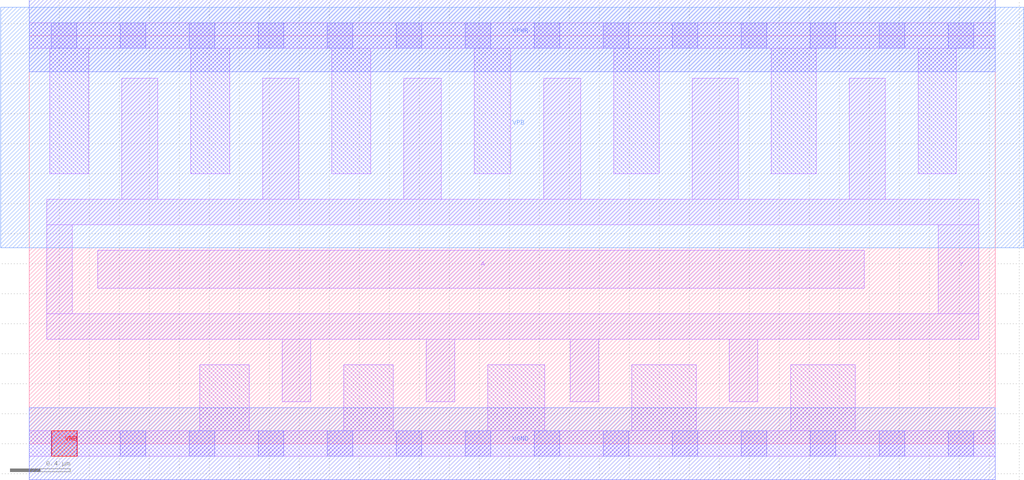
<source format=lef>
# Copyright 2020 The SkyWater PDK Authors
#
# Licensed under the Apache License, Version 2.0 (the "License");
# you may not use this file except in compliance with the License.
# You may obtain a copy of the License at
#
#     https://www.apache.org/licenses/LICENSE-2.0
#
# Unless required by applicable law or agreed to in writing, software
# distributed under the License is distributed on an "AS IS" BASIS,
# WITHOUT WARRANTIES OR CONDITIONS OF ANY KIND, either express or implied.
# See the License for the specific language governing permissions and
# limitations under the License.
#
# SPDX-License-Identifier: Apache-2.0

VERSION 5.7 ;
  NOWIREEXTENSIONATPIN ON ;
  DIVIDERCHAR "/" ;
  BUSBITCHARS "[]" ;
PROPERTYDEFINITIONS
  MACRO maskLayoutSubType STRING ;
  MACRO prCellType STRING ;
  MACRO originalViewName STRING ;
END PROPERTYDEFINITIONS
MACRO sky130_fd_sc_hdll__clkinv_8
  CLASS CORE ;
  FOREIGN sky130_fd_sc_hdll__clkinv_8 ;
  ORIGIN  0.000000  0.000000 ;
  SIZE  6.440000 BY  2.720000 ;
  SYMMETRY X Y R90 ;
  SITE unithd ;
  PIN A
    ANTENNAGATEAREA  2.664000 ;
    DIRECTION INPUT ;
    USE SIGNAL ;
    PORT
      LAYER li1 ;
        RECT 0.455000 1.035000 5.565000 1.290000 ;
    END
  END A
  PIN VNB
    PORT
      LAYER pwell ;
        RECT 0.150000 -0.085000 0.320000 0.085000 ;
    END
  END VNB
  PIN VPB
    PORT
      LAYER nwell ;
        RECT -0.190000 1.305000 6.630000 2.910000 ;
    END
  END VPB
  PIN Y
    ANTENNADIFFAREA  2.386400 ;
    DIRECTION OUTPUT ;
    USE SIGNAL ;
    PORT
      LAYER li1 ;
        RECT 0.115000 0.695000 6.330000 0.865000 ;
        RECT 0.115000 0.865000 0.285000 1.460000 ;
        RECT 0.115000 1.460000 6.330000 1.630000 ;
        RECT 0.615000 1.630000 0.855000 2.435000 ;
        RECT 1.555000 1.630000 1.795000 2.435000 ;
        RECT 1.685000 0.280000 1.875000 0.695000 ;
        RECT 2.495000 1.630000 2.745000 2.435000 ;
        RECT 2.645000 0.280000 2.835000 0.695000 ;
        RECT 3.430000 1.630000 3.675000 2.435000 ;
        RECT 3.605000 0.280000 3.795000 0.695000 ;
        RECT 4.420000 1.630000 4.725000 2.435000 ;
        RECT 4.665000 0.280000 4.855000 0.695000 ;
        RECT 5.465000 1.630000 5.705000 2.435000 ;
        RECT 6.060000 0.865000 6.330000 1.460000 ;
    END
  END Y
  PIN VGND
    DIRECTION INOUT ;
    USE GROUND ;
    PORT
      LAYER met1 ;
        RECT 0.000000 -0.240000 6.440000 0.240000 ;
    END
  END VGND
  PIN VPWR
    DIRECTION INOUT ;
    USE POWER ;
    PORT
      LAYER met1 ;
        RECT 0.000000 2.480000 6.440000 2.960000 ;
    END
  END VPWR
  OBS
    LAYER li1 ;
      RECT 0.000000 -0.085000 6.440000 0.085000 ;
      RECT 0.000000  2.635000 6.440000 2.805000 ;
      RECT 0.135000  1.800000 0.395000 2.635000 ;
      RECT 1.075000  1.800000 1.335000 2.635000 ;
      RECT 1.135000  0.085000 1.465000 0.525000 ;
      RECT 2.015000  1.800000 2.275000 2.635000 ;
      RECT 2.095000  0.085000 2.425000 0.525000 ;
      RECT 2.965000  1.800000 3.210000 2.635000 ;
      RECT 3.055000  0.085000 3.435000 0.525000 ;
      RECT 3.895000  1.800000 4.200000 2.635000 ;
      RECT 4.015000  0.085000 4.445000 0.525000 ;
      RECT 4.945000  1.800000 5.245000 2.635000 ;
      RECT 5.075000  0.085000 5.505000 0.525000 ;
      RECT 5.925000  1.800000 6.180000 2.635000 ;
    LAYER mcon ;
      RECT 0.145000 -0.085000 0.315000 0.085000 ;
      RECT 0.145000  2.635000 0.315000 2.805000 ;
      RECT 0.605000 -0.085000 0.775000 0.085000 ;
      RECT 0.605000  2.635000 0.775000 2.805000 ;
      RECT 1.065000 -0.085000 1.235000 0.085000 ;
      RECT 1.065000  2.635000 1.235000 2.805000 ;
      RECT 1.525000 -0.085000 1.695000 0.085000 ;
      RECT 1.525000  2.635000 1.695000 2.805000 ;
      RECT 1.985000 -0.085000 2.155000 0.085000 ;
      RECT 1.985000  2.635000 2.155000 2.805000 ;
      RECT 2.445000 -0.085000 2.615000 0.085000 ;
      RECT 2.445000  2.635000 2.615000 2.805000 ;
      RECT 2.905000 -0.085000 3.075000 0.085000 ;
      RECT 2.905000  2.635000 3.075000 2.805000 ;
      RECT 3.365000 -0.085000 3.535000 0.085000 ;
      RECT 3.365000  2.635000 3.535000 2.805000 ;
      RECT 3.825000 -0.085000 3.995000 0.085000 ;
      RECT 3.825000  2.635000 3.995000 2.805000 ;
      RECT 4.285000 -0.085000 4.455000 0.085000 ;
      RECT 4.285000  2.635000 4.455000 2.805000 ;
      RECT 4.745000 -0.085000 4.915000 0.085000 ;
      RECT 4.745000  2.635000 4.915000 2.805000 ;
      RECT 5.205000 -0.085000 5.375000 0.085000 ;
      RECT 5.205000  2.635000 5.375000 2.805000 ;
      RECT 5.665000 -0.085000 5.835000 0.085000 ;
      RECT 5.665000  2.635000 5.835000 2.805000 ;
      RECT 6.125000 -0.085000 6.295000 0.085000 ;
      RECT 6.125000  2.635000 6.295000 2.805000 ;
  END
  PROPERTY maskLayoutSubType "abstract" ;
  PROPERTY prCellType "standard" ;
  PROPERTY originalViewName "layout" ;
END sky130_fd_sc_hdll__clkinv_8
END LIBRARY

</source>
